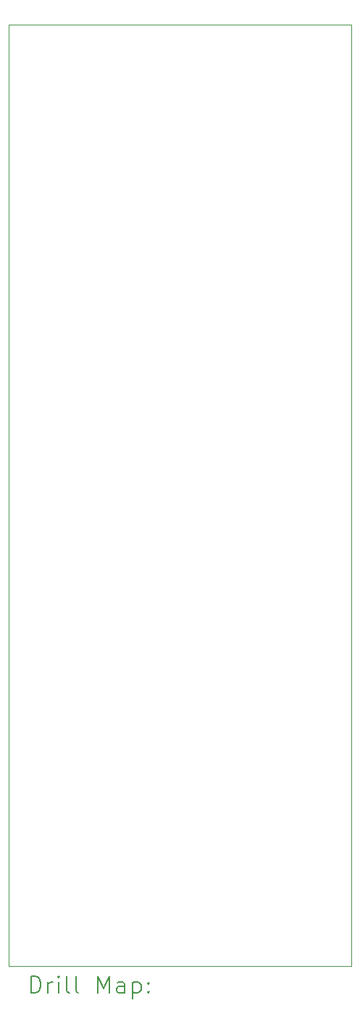
<source format=gbr>
%TF.GenerationSoftware,KiCad,Pcbnew,8.0.5*%
%TF.CreationDate,2024-11-24T11:25:03+01:00*%
%TF.ProjectId,encore,656e636f-7265-42e6-9b69-6361645f7063,rev?*%
%TF.SameCoordinates,Original*%
%TF.FileFunction,Drillmap*%
%TF.FilePolarity,Positive*%
%FSLAX45Y45*%
G04 Gerber Fmt 4.5, Leading zero omitted, Abs format (unit mm)*
G04 Created by KiCad (PCBNEW 8.0.5) date 2024-11-24 11:25:03*
%MOMM*%
%LPD*%
G01*
G04 APERTURE LIST*
%ADD10C,0.100000*%
%ADD11C,0.200000*%
G04 APERTURE END LIST*
D10*
X5000000Y-5000000D02*
X9000000Y-5000000D01*
X9000000Y-16000000D01*
X5000000Y-16000000D01*
X5000000Y-5000000D01*
D11*
X5255777Y-16316484D02*
X5255777Y-16116484D01*
X5255777Y-16116484D02*
X5303396Y-16116484D01*
X5303396Y-16116484D02*
X5331967Y-16126008D01*
X5331967Y-16126008D02*
X5351015Y-16145055D01*
X5351015Y-16145055D02*
X5360539Y-16164103D01*
X5360539Y-16164103D02*
X5370063Y-16202198D01*
X5370063Y-16202198D02*
X5370063Y-16230769D01*
X5370063Y-16230769D02*
X5360539Y-16268865D01*
X5360539Y-16268865D02*
X5351015Y-16287912D01*
X5351015Y-16287912D02*
X5331967Y-16306960D01*
X5331967Y-16306960D02*
X5303396Y-16316484D01*
X5303396Y-16316484D02*
X5255777Y-16316484D01*
X5455777Y-16316484D02*
X5455777Y-16183150D01*
X5455777Y-16221246D02*
X5465301Y-16202198D01*
X5465301Y-16202198D02*
X5474824Y-16192674D01*
X5474824Y-16192674D02*
X5493872Y-16183150D01*
X5493872Y-16183150D02*
X5512920Y-16183150D01*
X5579586Y-16316484D02*
X5579586Y-16183150D01*
X5579586Y-16116484D02*
X5570063Y-16126008D01*
X5570063Y-16126008D02*
X5579586Y-16135531D01*
X5579586Y-16135531D02*
X5589110Y-16126008D01*
X5589110Y-16126008D02*
X5579586Y-16116484D01*
X5579586Y-16116484D02*
X5579586Y-16135531D01*
X5703396Y-16316484D02*
X5684348Y-16306960D01*
X5684348Y-16306960D02*
X5674824Y-16287912D01*
X5674824Y-16287912D02*
X5674824Y-16116484D01*
X5808158Y-16316484D02*
X5789110Y-16306960D01*
X5789110Y-16306960D02*
X5779586Y-16287912D01*
X5779586Y-16287912D02*
X5779586Y-16116484D01*
X6036729Y-16316484D02*
X6036729Y-16116484D01*
X6036729Y-16116484D02*
X6103396Y-16259341D01*
X6103396Y-16259341D02*
X6170062Y-16116484D01*
X6170062Y-16116484D02*
X6170062Y-16316484D01*
X6351015Y-16316484D02*
X6351015Y-16211722D01*
X6351015Y-16211722D02*
X6341491Y-16192674D01*
X6341491Y-16192674D02*
X6322443Y-16183150D01*
X6322443Y-16183150D02*
X6284348Y-16183150D01*
X6284348Y-16183150D02*
X6265301Y-16192674D01*
X6351015Y-16306960D02*
X6331967Y-16316484D01*
X6331967Y-16316484D02*
X6284348Y-16316484D01*
X6284348Y-16316484D02*
X6265301Y-16306960D01*
X6265301Y-16306960D02*
X6255777Y-16287912D01*
X6255777Y-16287912D02*
X6255777Y-16268865D01*
X6255777Y-16268865D02*
X6265301Y-16249817D01*
X6265301Y-16249817D02*
X6284348Y-16240293D01*
X6284348Y-16240293D02*
X6331967Y-16240293D01*
X6331967Y-16240293D02*
X6351015Y-16230769D01*
X6446253Y-16183150D02*
X6446253Y-16383150D01*
X6446253Y-16192674D02*
X6465301Y-16183150D01*
X6465301Y-16183150D02*
X6503396Y-16183150D01*
X6503396Y-16183150D02*
X6522443Y-16192674D01*
X6522443Y-16192674D02*
X6531967Y-16202198D01*
X6531967Y-16202198D02*
X6541491Y-16221246D01*
X6541491Y-16221246D02*
X6541491Y-16278388D01*
X6541491Y-16278388D02*
X6531967Y-16297436D01*
X6531967Y-16297436D02*
X6522443Y-16306960D01*
X6522443Y-16306960D02*
X6503396Y-16316484D01*
X6503396Y-16316484D02*
X6465301Y-16316484D01*
X6465301Y-16316484D02*
X6446253Y-16306960D01*
X6627205Y-16297436D02*
X6636729Y-16306960D01*
X6636729Y-16306960D02*
X6627205Y-16316484D01*
X6627205Y-16316484D02*
X6617682Y-16306960D01*
X6617682Y-16306960D02*
X6627205Y-16297436D01*
X6627205Y-16297436D02*
X6627205Y-16316484D01*
X6627205Y-16192674D02*
X6636729Y-16202198D01*
X6636729Y-16202198D02*
X6627205Y-16211722D01*
X6627205Y-16211722D02*
X6617682Y-16202198D01*
X6617682Y-16202198D02*
X6627205Y-16192674D01*
X6627205Y-16192674D02*
X6627205Y-16211722D01*
M02*

</source>
